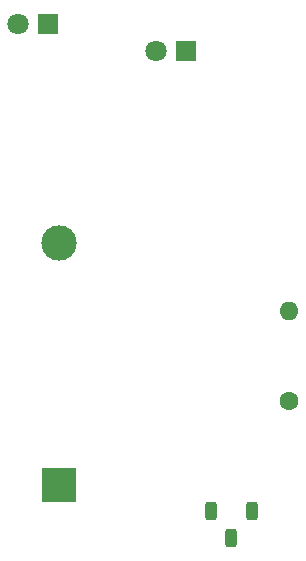
<source format=gbr>
%TF.GenerationSoftware,KiCad,Pcbnew,9.0.6*%
%TF.CreationDate,2025-12-18T11:45:50-05:00*%
%TF.ProjectId,seal_project,7365616c-5f70-4726-9f6a-6563742e6b69,rev?*%
%TF.SameCoordinates,Original*%
%TF.FileFunction,Soldermask,Bot*%
%TF.FilePolarity,Negative*%
%FSLAX46Y46*%
G04 Gerber Fmt 4.6, Leading zero omitted, Abs format (unit mm)*
G04 Created by KiCad (PCBNEW 9.0.6) date 2025-12-18 11:45:50*
%MOMM*%
%LPD*%
G01*
G04 APERTURE LIST*
G04 Aperture macros list*
%AMRoundRect*
0 Rectangle with rounded corners*
0 $1 Rounding radius*
0 $2 $3 $4 $5 $6 $7 $8 $9 X,Y pos of 4 corners*
0 Add a 4 corners polygon primitive as box body*
4,1,4,$2,$3,$4,$5,$6,$7,$8,$9,$2,$3,0*
0 Add four circle primitives for the rounded corners*
1,1,$1+$1,$2,$3*
1,1,$1+$1,$4,$5*
1,1,$1+$1,$6,$7*
1,1,$1+$1,$8,$9*
0 Add four rect primitives between the rounded corners*
20,1,$1+$1,$2,$3,$4,$5,0*
20,1,$1+$1,$4,$5,$6,$7,0*
20,1,$1+$1,$6,$7,$8,$9,0*
20,1,$1+$1,$8,$9,$2,$3,0*%
G04 Aperture macros list end*
%ADD10R,3.000000X3.000000*%
%ADD11C,3.000000*%
%ADD12R,1.800000X1.800000*%
%ADD13C,1.800000*%
%ADD14RoundRect,0.250000X-0.250000X-0.550000X0.250000X-0.550000X0.250000X0.550000X-0.250000X0.550000X0*%
%ADD15C,1.600000*%
%ADD16O,1.600000X1.600000*%
G04 APERTURE END LIST*
D10*
%TO.C,BT1*%
X133500000Y-109990000D03*
D11*
X133500000Y-89500000D03*
%TD*%
D12*
%TO.C,D2*%
X144270253Y-73219916D03*
D13*
X141730253Y-73219916D03*
%TD*%
D12*
%TO.C,D1*%
X132588000Y-70952000D03*
D13*
X130048000Y-70952000D03*
%TD*%
D14*
%TO.C,SW1*%
X146380410Y-112164964D03*
X148130410Y-114464964D03*
X149880410Y-112164964D03*
%TD*%
D15*
%TO.C,R1*%
X153000000Y-102810000D03*
D16*
X153000000Y-95190000D03*
%TD*%
M02*

</source>
